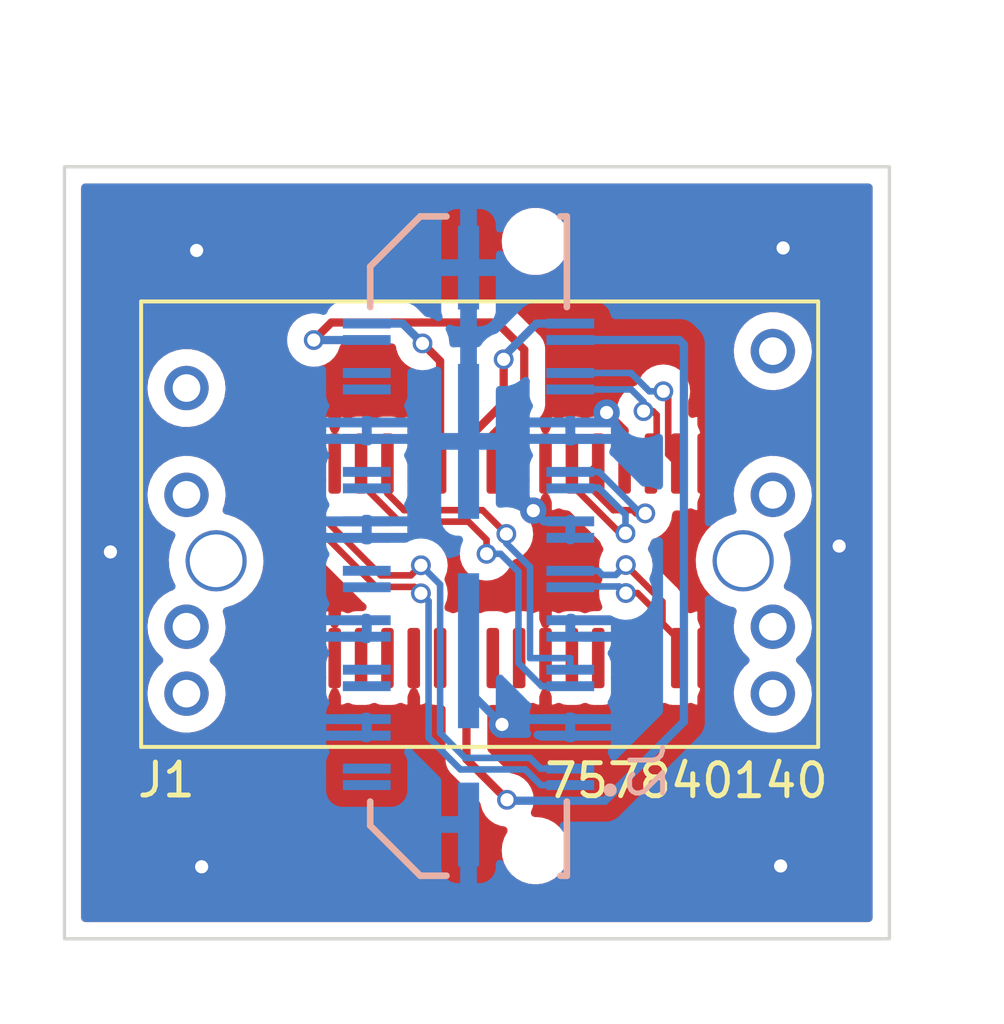
<source format=kicad_pcb>
(kicad_pcb (version 20211014) (generator pcbnew)
  (layers (0 "F.Cu" signal) (1 "In1.Cu" power) (2 "In2.Cu" power) (31 "B.Cu" signal) (34 "B.Paste" user) (35 "F.Paste" user) (36 "B.SilkS" user "B.Silkscreen") (37 "F.SilkS" user "F.Silkscreen") (38 "B.Mask" user) (39 "F.Mask" user) (44 "Edge.Cuts" user))
  (net 0 "")
  (net 7 "GND")
  (net 8 "/DSI_CKN")
  (net 9 "/DSI_CKP")
  (net 10 "/DSI_TS_nRST")
  (net 11 "/DSI_D0_N")
  (net 12 "/DSI_D0_P")
  (net 13 "/DSI_D1_N")
  (net 14 "/DSI_D1_P")
  (net 15 "/DSI_TS_nINT")
  (net 16 "/DSI_TS_SDA")
  (net 17 "/DSI_TS_SCL")
  (net 18 "/DSI_D2_N")
  (net 19 "/DSI_D2_P")
  (net 20 "/DSI_D3_N")
  (net 21 "/DSI_D3_P")
  (footprint "Molex_757840140:757840140" (layer "F.Cu") (at 85.852 115.7478)
    (fp_text reference "J1" (at -16.31 3.82) (layer "F.SilkS"))
    (fp_text value "757840140" (at -0.52 3.84) (layer "F.SilkS"))
    (fp_line (start -17.076999 2.815801) (end 3.477001 2.815801) (layer "F.SilkS") (width 0.12))
    (fp_line (start -17.076999 -10.696999) (end -17.076999 2.815801) (layer "F.SilkS") (width 0.12))
    (fp_line (start 3.477001 2.815801) (end 3.477001 -10.696999) (layer "F.SilkS") (width 0.12))
    (fp_line (start 3.477001 -10.696999) (end -17.076999 -10.696999) (layer "F.SilkS") (width 0.12))
    (pad "37" thru_hole circle (at -15.700032 -8.069999) (size 1.3462 1.3462) (drill 0.8382) (layers *.Cu *.Mask))
    (pad "38" thru_hole circle (at 2.100034 -9.189999) (size 1.3462 1.3462) (drill 0.8382) (layers *.Cu *.Mask))
    (pad "39" thru_hole circle (at -15.699999 -4.829999) (size 1.3462 1.3462) (drill 0.8382) (layers *.Cu *.Mask))
    (pad "40" thru_hole circle (at 2.100001 -4.829999) (size 1.3462 1.3462) (drill 0.8382) (layers *.Cu *.Mask))
    (pad "41" thru_hole circle (at -14.800001 -2.829999) (size 1.8542 1.8542) (drill 1.6002) (layers *.Cu *.Mask))
    (pad "42" thru_hole circle (at 1.200003 -2.829999) (size 1.8542 1.8542) (drill 1.6002) (layers *.Cu *.Mask))
    (pad "43" thru_hole circle (at -15.699999 -0.829999) (size 1.3462 1.3462) (drill 0.8382) (layers *.Cu *.Mask))
    (pad "44" thru_hole circle (at 2.100001 -0.829999) (size 1.3462 1.3462) (drill 0.8382) (layers *.Cu *.Mask))
    (pad "45" thru_hole circle (at -15.699999 1.200001) (size 1.3462 1.3462) (drill 0.8382) (layers *.Cu *.Mask))
    (pad "46" thru_hole circle (at 2.100001 1.200001) (size 1.3462 1.3462) (drill 0.8382) (layers *.Cu *.Mask))
    (pad "A1" smd roundrect (at 0 0.12) (size 0.381 1.8288) (layers "F.Cu" "F.Paste" "F.Mask") (net 7 "GND"))
    (pad "A2" smd roundrect (at -0.799998 0.12) (size 0.381 1.8288) (layers "F.Cu" "F.Paste" "F.Mask") (net 8 "/DSI_CKN"))
    (pad "A3" smd roundrect (at -1.599999 0.12) (size 0.381 1.8288) (layers "F.Cu" "F.Paste" "F.Mask") (net 9 "/DSI_CKP"))
    (pad "A4" smd roundrect (at -2.4 0.12) (size 0.381 1.8288) (layers "F.Cu" "F.Paste" "F.Mask") (net 7 "GND"))
    (pad "A5" smd roundrect (at -3.199998 0.12) (size 0.381 1.8288) (layers "F.Cu" "F.Paste" "F.Mask"))
    (pad "A6" smd roundrect (at -3.999999 0.12) (size 0.381 1.8288) (layers "F.Cu" "F.Paste" "F.Mask"))
    (pad "A7" smd roundrect (at -4.799998 0.12) (size 0.381 1.8288) (layers "F.Cu" "F.Paste" "F.Mask") (net 7 "GND"))
    (pad "A8" smd roundrect (at -5.599999 0.12) (size 0.381 1.8288) (layers "F.Cu" "F.Paste" "F.Mask"))
    (pad "A9" smd roundrect (at -6.4 0.12) (size 0.381 1.8288) (layers "F.Cu" "F.Paste" "F.Mask"))
    (pad "A10" smd roundrect (at -7.199998 0.12) (size 0.381 1.8288) (layers "F.Cu" "F.Paste" "F.Mask") (net 10 "/DSI_TS_nRST"))
    (pad "A11" smd roundrect (at -7.999999 0.12) (size 0.381 1.8288) (layers "F.Cu" "F.Paste" "F.Mask"))
    (pad "A12" smd roundrect (at -8.799997 0.12) (size 0.381 1.8288) (layers "F.Cu" "F.Paste" "F.Mask") (net 7 "GND"))
    (pad "A13" smd roundrect (at -9.599998 0.12) (size 0.381 1.8288) (layers "F.Cu" "F.Paste" "F.Mask"))
    (pad "A14" smd roundrect (at -10.399999 0.12) (size 0.381 1.8288) (layers "F.Cu" "F.Paste" "F.Mask"))
    (pad "A15" smd roundrect (at -11.199998 0.12) (size 0.381 1.8288) (layers "F.Cu" "F.Paste" "F.Mask") (net 7 "GND"))
    (pad "A16" smd roundrect (at -11.999999 0.12) (size 0.381 1.8288) (layers "F.Cu" "F.Paste" "F.Mask"))
    (pad "A17" smd roundrect (at -12.799997 0.12) (size 0.381 1.8288) (layers "F.Cu" "F.Paste" "F.Mask"))
    (pad "A18" smd roundrect (at -13.599998 0.12) (size 0.381 1.8288) (layers "F.Cu" "F.Paste" "F.Mask") (net 7 "GND"))
    (pad "B1" smd roundrect (at 0 -5.779998) (size 0.381 1.8288) (layers "F.Cu" "F.Paste" "F.Mask") (net 7 "GND"))
    (pad "B2" smd roundrect (at -0.799998 -5.779998) (size 0.381 1.8288) (layers "F.Cu" "F.Paste" "F.Mask") (net 11 "/DSI_D0_N"))
    (pad "B3" smd roundrect (at -1.599999 -5.779998) (size 0.381 1.8288) (layers "F.Cu" "F.Paste" "F.Mask") (net 12 "/DSI_D0_P"))
    (pad "B4" smd roundrect (at -2.4 -5.779998) (size 0.381 1.8288) (layers "F.Cu" "F.Paste" "F.Mask") (net 7 "GND"))
    (pad "B5" smd roundrect (at -3.199998 -5.779998) (size 0.381 1.8288) (layers "F.Cu" "F.Paste" "F.Mask") (net 13 "/DSI_D1_N"))
    (pad "B6" smd roundrect (at -3.999999 -5.779998) (size 0.381 1.8288) (layers "F.Cu" "F.Paste" "F.Mask") (net 14 "/DSI_D1_P"))
    (pad "B7" smd roundrect (at -4.799998 -5.779998) (size 0.381 1.8288) (layers "F.Cu" "F.Paste" "F.Mask") (net 7 "GND"))
    (pad "B8" smd roundrect (at -5.599999 -5.779998) (size 0.381 1.8288) (layers "F.Cu" "F.Paste" "F.Mask"))
    (pad "B9" smd roundrect (at -6.4 -5.779998) (size 0.381 1.8288) (layers "F.Cu" "F.Paste" "F.Mask") (net 15 "/DSI_TS_nINT"))
    (pad "B10" smd roundrect (at -7.199998 -5.779998) (size 0.381 1.8288) (layers "F.Cu" "F.Paste" "F.Mask") (net 16 "/DSI_TS_SDA"))
    (pad "B11" smd roundrect (at -7.999999 -5.779998) (size 0.381 1.8288) (layers "F.Cu" "F.Paste" "F.Mask") (net 17 "/DSI_TS_SCL"))
    (pad "B12" smd roundrect (at -8.799997 -5.779998) (size 0.381 1.8288) (layers "F.Cu" "F.Paste" "F.Mask") (net 7 "GND"))
    (pad "B13" smd roundrect (at -9.599998 -5.779998) (size 0.381 1.8288) (layers "F.Cu" "F.Paste" "F.Mask") (net 18 "/DSI_D2_N"))
    (pad "B14" smd roundrect (at -10.399999 -5.779998) (size 0.381 1.8288) (layers "F.Cu" "F.Paste" "F.Mask") (net 19 "/DSI_D2_P"))
    (pad "B15" smd roundrect (at -11.199998 -5.779998) (size 0.381 1.8288) (layers "F.Cu" "F.Paste" "F.Mask") (net 7 "GND"))
    (pad "B16" smd roundrect (at -11.999999 -5.779998) (size 0.381 1.8288) (layers "F.Cu" "F.Paste" "F.Mask") (net 20 "/DSI_D3_N"))
    (pad "B17" smd roundrect (at -12.799997 -5.779998) (size 0.381 1.8288) (layers "F.Cu" "F.Paste" "F.Mask") (net 21 "/DSI_D3_P"))
    (pad "B18" smd roundrect (at -13.599998 -5.779998) (size 0.381 1.8288) (layers "F.Cu" "F.Paste" "F.Mask") (net 7 "GND"))
  )
  (footprint "QTH-020-01-X-D-DP-A:SAMTEC_QTH-020-01-X-D-DP-A" (layer "B.Cu") (at 78.7146 112.4712 90)
    (fp_text reference "J2" (at -6.825 5.435 90) (layer "B.SilkS") (effects (justify mirror)))
    (fp_text value "QTH-020-01-X-D-DP-A")
    (fp_line (start 10 -0.67) (end 10 -1.465) (layer "B.SilkS") (width 0.2))
    (fp_line (start -10 -1.465) (end -8.48 -2.985) (layer "B.SilkS") (width 0.2))
    (fp_line (start 10 2.79) (end 10 2.985) (layer "B.SilkS") (width 0.2))
    (fp_line (start -10 2.985) (end -7.75 2.985) (layer "B.SilkS") (width 0.2))
    (fp_line (start -10 2.79) (end -10 2.985) (layer "B.SilkS") (width 0.2))
    (fp_line (start 10 2.985) (end 7.25 2.985) (layer "B.SilkS") (width 0.2))
    (fp_line (start 10 -1.465) (end 8.48 -2.985) (layer "B.SilkS") (width 0.2))
    (fp_line (start -8.48 -2.985) (end -7.75 -2.985) (layer "B.SilkS") (width 0.2))
    (fp_line (start -10 -0.67) (end -10 -1.465) (layer "B.SilkS") (width 0.2))
    (fp_line (start 8.48 -2.985) (end 7.25 -2.985) (layer "B.SilkS") (width 0.2))
    (fp_circle (center -7.4 4.3) (end -7.3 4.3) (layer "B.SilkS") (width 0.2) (fill none))
    (pad "" np_thru_hole circle locked (at -9.24 2.03 90) (size 1.02 1.02) (drill 1.02) (layers *.Cu *.Mask))
    (pad "" np_thru_hole circle locked (at 9.24 2.03 90) (size 1.02 1.02) (drill 1.02) (layers *.Cu *.Mask))
    (pad "01" smd rect locked (at -7.25 3.09 90) (size 0.3 1.45) (layers "B.Cu" "B.Paste" "B.Mask") (net 21 "/DSI_D3_P"))
    (pad "02" smd rect locked (at -7.25 -3.09 90) (size 0.3 1.45) (layers "B.Cu" "B.Paste" "B.Mask"))
    (pad "03" smd rect locked (at -6.75 3.09 90) (size 0.3 1.45) (layers "B.Cu" "B.Paste" "B.Mask") (net 20 "/DSI_D3_N"))
    (pad "04" smd rect locked (at -6.75 -3.09 90) (size 0.3 1.45) (layers "B.Cu" "B.Paste" "B.Mask"))
    (pad "05" smd rect locked (at -5.75 3.09 90) (size 0.3 1.45) (layers "B.Cu" "B.Paste" "B.Mask") (net 7 "GND"))
    (pad "06" smd rect locked (at -5.75 -3.09 90) (size 0.3 1.45) (layers "B.Cu" "B.Paste" "B.Mask") (net 7 "GND"))
    (pad "07" smd rect locked (at -5.25 3.09 90) (size 0.3 1.45) (layers "B.Cu" "B.Paste" "B.Mask") (net 7 "GND"))
    (pad "08" smd rect locked (at -5.25 -3.09 90) (size 0.3 1.45) (layers "B.Cu" "B.Paste" "B.Mask") (net 7 "GND"))
    (pad "09" smd rect locked (at -4.25 3.09 90) (size 0.3 1.45) (layers "B.Cu" "B.Paste" "B.Mask") (net 19 "/DSI_D2_P"))
    (pad "10" smd rect locked (at -4.25 -3.09 90) (size 0.3 1.45) (layers "B.Cu" "B.Paste" "B.Mask"))
    (pad "11" smd rect locked (at -3.75 3.09 90) (size 0.3 1.45) (layers "B.Cu" "B.Paste" "B.Mask") (net 18 "/DSI_D2_N"))
    (pad "12" smd rect locked (at -3.75 -3.09 90) (size 0.3 1.45) (layers "B.Cu" "B.Paste" "B.Mask"))
    (pad "13" smd rect locked (at -2.75 3.09 90) (size 0.3 1.45) (layers "B.Cu" "B.Paste" "B.Mask") (net 7 "GND"))
    (pad "14" smd rect locked (at -2.75 -3.09 90) (size 0.3 1.45) (layers "B.Cu" "B.Paste" "B.Mask") (net 7 "GND"))
    (pad "15" smd rect locked (at -2.25 3.09 90) (size 0.3 1.45) (layers "B.Cu" "B.Paste" "B.Mask") (net 7 "GND"))
    (pad "16" smd rect locked (at -2.25 -3.09 90) (size 0.3 1.45) (layers "B.Cu" "B.Paste" "B.Mask") (net 7 "GND"))
    (pad "17" smd rect locked (at -1.25 3.09 90) (size 0.3 1.45) (layers "B.Cu" "B.Paste" "B.Mask") (net 9 "/DSI_CKP"))
    (pad "18" smd rect locked (at -1.25 -3.09 90) (size 0.3 1.45) (layers "B.Cu" "B.Paste" "B.Mask"))
    (pad "19" smd rect locked (at -0.75 3.09 90) (size 0.3 1.45) (layers "B.Cu" "B.Paste" "B.Mask") (net 8 "/DSI_CKN"))
    (pad "20" smd rect locked (at -0.75 -3.09 90) (size 0.3 1.45) (layers "B.Cu" "B.Paste" "B.Mask"))
    (pad "21" smd rect locked (at 0.25 3.09 90) (size 0.3 1.45) (layers "B.Cu" "B.Paste" "B.Mask") (net 7 "GND"))
    (pad "22" smd rect locked (at 0.25 -3.09 90) (size 0.3 1.45) (layers "B.Cu" "B.Paste" "B.Mask") (net 7 "GND"))
    (pad "23" smd rect locked (at 0.75 3.09 90) (size 0.3 1.45) (layers "B.Cu" "B.Paste" "B.Mask") (net 7 "GND"))
    (pad "24" smd rect locked (at 0.75 -3.09 90) (size 0.3 1.45) (layers "B.Cu" "B.Paste" "B.Mask") (net 7 "GND"))
    (pad "25" smd rect locked (at 1.75 3.09 90) (size 0.3 1.45) (layers "B.Cu" "B.Paste" "B.Mask") (net 14 "/DSI_D1_P"))
    (pad "26" smd rect locked (at 1.75 -3.09 90) (size 0.3 1.45) (layers "B.Cu" "B.Paste" "B.Mask"))
    (pad "27" smd rect locked (at 2.25 3.09 90) (size 0.3 1.45) (layers "B.Cu" "B.Paste" "B.Mask") (net 13 "/DSI_D1_N"))
    (pad "28" smd rect locked (at 2.25 -3.09 90) (size 0.3 1.45) (layers "B.Cu" "B.Paste" "B.Mask"))
    (pad "29" smd rect locked (at 3.25 3.09 90) (size 0.3 1.45) (layers "B.Cu" "B.Paste" "B.Mask") (net 7 "GND"))
    (pad "30" smd rect locked (at 3.25 -3.09 90) (size 0.3 1.45) (layers "B.Cu" "B.Paste" "B.Mask") (net 7 "GND"))
    (pad "31" smd rect locked (at 3.75 3.09 90) (size 0.3 1.45) (layers "B.Cu" "B.Paste" "B.Mask") (net 7 "GND"))
    (pad "32" smd rect locked (at 3.75 -3.09 90) (size 0.3 1.45) (layers "B.Cu" "B.Paste" "B.Mask") (net 7 "GND"))
    (pad "33" smd rect locked (at 4.75 3.09 90) (size 0.3 1.45) (layers "B.Cu" "B.Paste" "B.Mask") (net 12 "/DSI_D0_P"))
    (pad "34" smd rect locked (at 4.75 -3.09 90) (size 0.3 1.45) (layers "B.Cu" "B.Paste" "B.Mask"))
    (pad "35" smd rect locked (at 5.25 3.09 90) (size 0.3 1.45) (layers "B.Cu" "B.Paste" "B.Mask") (net 11 "/DSI_D0_N"))
    (pad "36" smd rect locked (at 5.25 -3.09 90) (size 0.3 1.45) (layers "B.Cu" "B.Paste" "B.Mask"))
    (pad "37" smd rect locked (at 6.25 3.09 90) (size 0.3 1.45) (layers "B.Cu" "B.Paste" "B.Mask") (net 10 "/DSI_TS_nRST"))
    (pad "38" smd rect locked (at 6.25 -3.09 90) (size 0.3 1.45) (layers "B.Cu" "B.Paste" "B.Mask") (net 15 "/DSI_TS_nINT"))
    (pad "39" smd rect locked (at 6.75 3.09 90) (size 0.3 1.45) (layers "B.Cu" "B.Paste" "B.Mask") (net 16 "/DSI_TS_SDA"))
    (pad "40" smd rect locked (at 6.75 -3.09 90) (size 0.3 1.45) (layers "B.Cu" "B.Paste" "B.Mask") (net 17 "/DSI_TS_SCL"))
    (pad "G1" smd rect locked (at -8.445 0 90) (size 2.54 0.64) (layers "B.Cu" "B.Paste" "B.Mask") (net 7 "GND"))
    (pad "G2" smd rect locked (at -3.175 0 90) (size 4.7 0.64) (layers "B.Cu" "B.Paste" "B.Mask") (net 7 "GND"))
    (pad "G3" smd rect locked (at 3.175 0 90) (size 4.7 0.64) (layers "B.Cu" "B.Paste" "B.Mask") (net 7 "GND"))
    (pad "G4" smd rect locked (at 8.445 0 90) (size 2.54 0.64) (layers "B.Cu" "B.Paste" "B.Mask") (net 7 "GND"))
  )
  (gr_rect (start 66.4464 100.965) (end 91.4908 124.3838) (layer "Edge.Cuts") (width 0.1) (fill none))
  (segment (start 83.452 109.967802) (end 83.452 108.9671) (width 0.25) (layer "F.Cu") (net 7))
  (segment (start 83.452 108.9671) (end 82.9056 108.4207) (width 0.25) (layer "F.Cu") (net 7))
  (via (at 70.612 122.1994) (size 0.8) (drill 0.4) (layers "F.Cu" "B.Cu") (net 7))
  (via (at 82.9056 108.4207) (size 0.8) (drill 0.4) (layers "F.Cu" "B.Cu") (net 7))
  (via (at 88.1888 122.174) (size 0.8) (drill 0.4) (layers "F.Cu" "B.Cu") (net 7))
  (via (at 88.265 103.4288) (size 0.8) (drill 0.4) (layers "F.Cu" "B.Cu") (net 7))
  (via (at 80.680255 111.396695) (size 0.8) (drill 0.4) (layers "F.Cu" "B.Cu") (net 7))
  (via (at 67.8434 112.649) (size 0.8) (drill 0.4) (layers "F.Cu" "B.Cu") (net 7))
  (via (at 89.9668 112.4712) (size 0.8) (drill 0.4) (layers "F.Cu" "B.Cu") (net 7))
  (via (at 70.4596 103.505) (size 0.8) (drill 0.4) (layers "F.Cu" "B.Cu") (net 7))
  (via (at 79.7306 117.8814) (size 0.8) (drill 0.4) (layers "F.Cu" "B.Cu") (net 7))
  (segment (start 81.8046 111.7212) (end 81.00476 111.7212) (width 0.25) (layer "B.Cu") (net 7))
  (segment (start 78.7146 115.6462) (end 78.7146 116.8654) (width 0.25) (layer "B.Cu") (net 7))
  (segment (start 81.00476 111.7212) (end 80.680255 111.396695) (width 0.25) (layer "B.Cu") (net 7))
  (segment (start 78.7146 116.8654) (end 79.7306 117.8814) (width 0.25) (layer "B.Cu") (net 7))
  (segment (start 85.052002 115.265823) (end 85.052002 115.8678) (width 0.2) (layer "F.Cu") (net 8))
  (segment (start 84.60152 114.815341) (end 85.052002 115.265823) (width 0.2) (layer "F.Cu") (net 8))
  (segment (start 84.601521 114.157922) (end 84.60152 114.815341) (width 0.2) (layer "F.Cu") (net 8))
  (segment (start 83.4898 113.0462) (end 84.601521 114.157922) (width 0.2) (layer "F.Cu") (net 8))
  (via (at 83.4898 113.0462) (size 0.6) (drill 0.4) (layers "F.Cu" "B.Cu") (net 8))
  (segment (start 81.8046 113.2212) (end 82.653631 113.2212) (width 0.2) (layer "B.Cu") (net 8))
  (segment (start 82.779111 113.34668) (end 83.18932 113.34668) (width 0.2) (layer "B.Cu") (net 8))
  (segment (start 83.18932 113.34668) (end 83.4898 113.0462) (width 0.2) (layer "B.Cu") (net 8))
  (segment (start 82.653631 113.2212) (end 82.779111 113.34668) (width 0.2) (layer "B.Cu") (net 8))
  (segment (start 83.845504 113.8962) (end 84.252001 114.302697) (width 0.2) (layer "F.Cu") (net 9))
  (segment (start 84.252001 114.302697) (end 84.252001 115.8678) (width 0.2) (layer "F.Cu") (net 9))
  (segment (start 83.4898 113.8962) (end 83.845504 113.8962) (width 0.2) (layer "F.Cu") (net 9))
  (via (at 83.4898 113.8962) (size 0.6) (drill 0.4) (layers "F.Cu" "B.Cu") (net 9))
  (segment (start 81.8046 113.7212) (end 81.8296 113.6962) (width 0.2) (layer "B.Cu") (net 9))
  (segment (start 81.8296 113.6962) (end 83.2898 113.6962) (width 0.2) (layer "B.Cu") (net 9))
  (segment (start 83.2898 113.6962) (end 83.4898 113.8962) (width 0.2) (layer "B.Cu") (net 9))
  (segment (start 78.652002 115.8678) (end 78.652002 118.936402) (width 0.25) (layer "F.Cu") (net 10))
  (segment (start 78.652002 118.936402) (end 79.883 120.1674) (width 0.25) (layer "F.Cu") (net 10))
  (via (at 79.883 120.1674) (size 0.6) (drill 0.4) (layers "F.Cu" "B.Cu") (net 10))
  (segment (start 79.911311 120.195711) (end 82.854111 120.195711) (width 0.25) (layer "B.Cu") (net 10))
  (segment (start 82.854111 120.195711) (end 85.253032 117.79679) (width 0.25) (layer "B.Cu") (net 10))
  (segment (start 79.883 120.1674) (end 79.911311 120.195711) (width 0.25) (layer "B.Cu") (net 10))
  (segment (start 85.253032 117.79679) (end 85.253032 106.360432) (width 0.25) (layer "B.Cu") (net 10))
  (segment (start 85.1138 106.2212) (end 81.8046 106.2212) (width 0.25) (layer "B.Cu") (net 10))
  (segment (start 85.253032 106.360432) (end 85.1138 106.2212) (width 0.25) (layer "B.Cu") (net 10))
  (segment (start 85.052002 109.967802) (end 84.776521 109.692321) (width 0.2) (layer "F.Cu") (net 11))
  (segment (start 84.776521 109.692321) (end 84.776521 107.924479) (width 0.2) (layer "F.Cu") (net 11))
  (segment (start 84.776521 107.924479) (end 84.628521 107.776479) (width 0.2) (layer "F.Cu") (net 11))
  (via (at 84.628521 107.776479) (size 0.6) (drill 0.4) (layers "F.Cu" "B.Cu") (net 11))
  (segment (start 84.628521 107.776479) (end 84.203576 107.776479) (width 0.2) (layer "B.Cu") (net 11))
  (segment (start 84.203576 107.776479) (end 83.648297 107.2212) (width 0.2) (layer "B.Cu") (net 11))
  (segment (start 83.648297 107.2212) (end 81.8046 107.2212) (width 0.2) (layer "B.Cu") (net 11))
  (segment (start 84.252001 109.967802) (end 84.427001 109.792802) (width 0.2) (layer "F.Cu") (net 12))
  (segment (start 84.427001 108.4942) (end 84.310322 108.377521) (width 0.2) (layer "F.Cu") (net 12))
  (segment (start 84.427001 109.792802) (end 84.427001 108.4942) (width 0.2) (layer "F.Cu") (net 12))
  (segment (start 84.310322 108.377521) (end 84.027479 108.377521) (width 0.2) (layer "F.Cu") (net 12))
  (via (at 84.027479 108.377521) (size 0.6) (drill 0.4) (layers "F.Cu" "B.Cu") (net 12))
  (segment (start 84.027479 108.377521) (end 84.027479 108.094678) (width 0.2) (layer "B.Cu") (net 12))
  (segment (start 83.654001 107.7212) (end 81.8046 107.7212) (width 0.2) (layer "B.Cu") (net 12))
  (segment (start 84.027479 108.094678) (end 83.654001 107.7212) (width 0.2) (layer "B.Cu") (net 12))
  (segment (start 82.652002 109.967802) (end 82.477002 110.142802) (width 0.2) (layer "F.Cu") (net 13))
  (segment (start 82.477002 110.142802) (end 82.477002 110.748335) (width 0.2) (layer "F.Cu") (net 13))
  (segment (start 83.797472 111.479313) (end 84.080315 111.479313) (width 0.2) (layer "F.Cu") (net 13))
  (segment (start 83.699881 111.381722) (end 83.797472 111.479313) (width 0.2) (layer "F.Cu") (net 13))
  (segment (start 82.477002 110.748335) (end 83.110389 111.381722) (width 0.2) (layer "F.Cu") (net 13))
  (segment (start 83.110389 111.381722) (end 83.699881 111.381722) (width 0.2) (layer "F.Cu") (net 13))
  (via (at 84.080315 111.479313) (size 0.6) (drill 0.4) (layers "F.Cu" "B.Cu") (net 13))
  (segment (start 83.938214 111.479313) (end 82.680101 110.2212) (width 0.2) (layer "B.Cu") (net 13))
  (segment (start 82.680101 110.2212) (end 81.8046 110.2212) (width 0.2) (layer "B.Cu") (net 13))
  (segment (start 84.080315 111.479313) (end 83.938214 111.479313) (width 0.2) (layer "B.Cu") (net 13))
  (segment (start 83.314727 112.080355) (end 83.479273 112.080355) (width 0.2) (layer "F.Cu") (net 14))
  (segment (start 81.852001 110.617629) (end 83.314727 112.080355) (width 0.2) (layer "F.Cu") (net 14))
  (segment (start 81.852001 109.967802) (end 81.852001 110.617629) (width 0.2) (layer "F.Cu") (net 14))
  (via (at 83.479273 112.080355) (size 0.6) (drill 0.4) (layers "F.Cu" "B.Cu") (net 14))
  (segment (start 83.479273 112.080355) (end 83.479273 111.514668) (width 0.2) (layer "B.Cu") (net 14))
  (segment (start 82.3796 110.7212) (end 81.8046 110.7212) (width 0.2) (layer "B.Cu") (net 14))
  (segment (start 83.479273 111.514668) (end 82.660805 110.6962) (width 0.2) (layer "B.Cu") (net 14))
  (segment (start 82.660805 110.6962) (end 82.4046 110.6962) (width 0.2) (layer "B.Cu") (net 14))
  (segment (start 82.4046 110.6962) (end 82.3796 110.7212) (width 0.2) (layer "B.Cu") (net 14))
  (segment (start 79.5782 105.6894) (end 74.549 105.6894) (width 0.25) (layer "F.Cu") (net 15))
  (segment (start 80.405911 108.141565) (end 80.405911 106.517111) (width 0.25) (layer "F.Cu") (net 15))
  (segment (start 80.405911 106.517111) (end 79.5782 105.6894) (width 0.25) (layer "F.Cu") (net 15))
  (segment (start 79.452 109.095476) (end 80.405911 108.141565) (width 0.25) (layer "F.Cu") (net 15))
  (segment (start 74.549 105.6894) (end 74.0156 106.2228) (width 0.25) (layer "F.Cu") (net 15))
  (segment (start 79.452 109.967802) (end 79.452 109.095476) (width 0.25) (layer "F.Cu") (net 15))
  (via (at 74.0156 106.2228) (size 0.6) (drill 0.4) (layers "F.Cu" "B.Cu") (net 15))
  (segment (start 74.0156 106.2228) (end 75.623 106.2228) (width 0.25) (layer "B.Cu") (net 15))
  (segment (start 75.623 106.2228) (end 75.6246 106.2212) (width 0.25) (layer "B.Cu") (net 15))
  (segment (start 79.7814 106.807) (end 79.7814 108.130358) (width 0.25) (layer "F.Cu") (net 16))
  (segment (start 78.652002 109.259756) (end 78.652002 109.967802) (width 0.25) (layer "F.Cu") (net 16))
  (segment (start 79.7814 108.130358) (end 78.652002 109.259756) (width 0.25) (layer "F.Cu") (net 16))
  (via (at 79.7814 106.807) (size 0.6) (drill 0.4) (layers "F.Cu" "B.Cu") (net 16))
  (segment (start 79.7814 106.720378) (end 79.7814 106.807) (width 0.25) (layer "B.Cu") (net 16))
  (segment (start 81.8046 105.7212) (end 80.780578 105.7212) (width 0.25) (layer "B.Cu") (net 16))
  (segment (start 80.780578 105.7212) (end 79.7814 106.720378) (width 0.25) (layer "B.Cu") (net 16))
  (segment (start 77.852001 109.967802) (end 77.852001 106.858801) (width 0.25) (layer "F.Cu") (net 17))
  (segment (start 77.852001 106.858801) (end 77.3176 106.3244) (width 0.25) (layer "F.Cu") (net 17))
  (via (at 77.3176 106.3244) (size 0.6) (drill 0.4) (layers "F.Cu" "B.Cu") (net 17))
  (segment (start 77.3176 106.3244) (end 76.7144 105.7212) (width 0.25) (layer "B.Cu") (net 17))
  (segment (start 76.7144 105.7212) (end 75.6246 105.7212) (width 0.25) (layer "B.Cu") (net 17))
  (segment (start 79.139547 111.381722) (end 76.75824 111.381722) (width 0.2) (layer "F.Cu") (net 18))
  (segment (start 76.252002 110.875484) (end 76.252002 109.967802) (width 0.2) (layer "F.Cu") (net 18))
  (segment (start 76.75824 111.381722) (end 76.252002 110.875484) (width 0.2) (layer "F.Cu") (net 18))
  (segment (start 79.862694 112.104869) (end 79.139547 111.381722) (width 0.2) (layer "F.Cu") (net 18))
  (via (at 79.862694 112.104869) (size 0.6) (drill 0.4) (layers "F.Cu" "B.Cu") (net 18))
  (segment (start 80.580089 115.870711) (end 80.580089 113.105107) (width 0.2) (layer "B.Cu") (net 18))
  (segment (start 79.862694 112.387712) (end 79.862694 112.104869) (width 0.2) (layer "B.Cu") (net 18))
  (segment (start 81.8046 115.870711) (end 80.580089 115.870711) (width 0.2) (layer "B.Cu") (net 18))
  (segment (start 81.8046 116.2212) (end 81.8046 115.870711) (width 0.2) (layer "B.Cu") (net 18))
  (segment (start 80.580089 113.105107) (end 79.862694 112.387712) (width 0.2) (layer "B.Cu") (net 18))
  (segment (start 76.613464 111.731242) (end 75.452001 110.569779) (width 0.2) (layer "F.Cu") (net 19))
  (segment (start 78.711928 111.731242) (end 76.613464 111.731242) (width 0.2) (layer "F.Cu") (net 19))
  (segment (start 79.261652 112.280966) (end 78.711928 111.731242) (width 0.2) (layer "F.Cu") (net 19))
  (segment (start 75.452001 110.569779) (end 75.452001 109.967802) (width 0.2) (layer "F.Cu") (net 19))
  (segment (start 79.261652 112.705911) (end 79.261652 112.280966) (width 0.2) (layer "F.Cu") (net 19))
  (via (at 79.261652 112.705911) (size 0.6) (drill 0.4) (layers "F.Cu" "B.Cu") (net 19))
  (segment (start 79.686597 112.705911) (end 79.261652 112.705911) (width 0.2) (layer "B.Cu") (net 19))
  (segment (start 81.8046 116.7212) (end 80.936283 116.7212) (width 0.2) (layer "B.Cu") (net 19))
  (segment (start 80.230569 113.249883) (end 79.686597 112.705911) (width 0.2) (layer "B.Cu") (net 19))
  (segment (start 80.230569 116.015486) (end 80.230569 113.249883) (width 0.2) (layer "B.Cu") (net 19))
  (segment (start 80.936283 116.7212) (end 80.230569 116.015486) (width 0.2) (layer "B.Cu") (net 19))
  (segment (start 73.852001 109.967802) (end 73.852001 111.158327) (width 0.2) (layer "F.Cu") (net 20))
  (segment (start 76.053874 113.3602) (end 76.963693 113.3602) (width 0.2) (layer "F.Cu") (net 20))
  (segment (start 76.963693 113.3602) (end 77.269529 113.054364) (width 0.2) (layer "F.Cu") (net 20))
  (segment (start 73.852001 111.158327) (end 76.053874 113.3602) (width 0.2) (layer "F.Cu") (net 20))
  (via (at 77.269529 113.054364) (size 0.6) (drill 0.4) (layers "F.Cu" "B.Cu") (net 20))
  (segment (start 80.579792 118.896697) (end 78.612297 118.896697) (width 0.2) (layer "B.Cu") (net 20))
  (segment (start 77.851 113.635835) (end 77.269529 113.054364) (width 0.2) (layer "B.Cu") (net 20))
  (segment (start 81.8046 119.2212) (end 80.904295 119.2212) (width 0.2) (layer "B.Cu") (net 20))
  (segment (start 78.612297 118.896697) (end 77.851 118.1354) (width 0.2) (layer "B.Cu") (net 20))
  (segment (start 80.904295 119.2212) (end 80.579792 118.896697) (width 0.2) (layer "B.Cu") (net 20))
  (segment (start 77.851 118.1354) (end 77.851 113.635835) (width 0.2) (layer "B.Cu") (net 20))
  (segment (start 75.909098 113.70972) (end 77.074885 113.70972) (width 0.2) (layer "F.Cu") (net 21))
  (segment (start 73.052003 110.852625) (end 75.909098 113.70972) (width 0.2) (layer "F.Cu") (net 21))
  (segment (start 73.052003 109.967802) (end 73.052003 110.852625) (width 0.2) (layer "F.Cu") (net 21))
  (segment (start 77.074885 113.70972) (end 77.269529 113.904364) (width 0.2) (layer "F.Cu") (net 21))
  (via (at 77.269529 113.904364) (size 0.6) (drill 0.4) (layers "F.Cu" "B.Cu") (net 21))
  (segment (start 81.8046 119.7212) (end 80.91 119.7212) (width 0.2) (layer "B.Cu") (net 21))
  (segment (start 78.467521 119.246217) (end 77.501481 118.280177) (width 0.2) (layer "B.Cu") (net 21))
  (segment (start 80.91 119.7212) (end 80.435018 119.246218) (width 0.2) (layer "B.Cu") (net 21))
  (segment (start 80.435018 119.246218) (end 78.467521 119.246217) (width 0.2) (layer "B.Cu") (net 21))
  (segment (start 77.501481 118.280177) (end 77.50148 114.136315) (width 0.2) (layer "B.Cu") (net 21))
  (segment (start 77.50148 114.136315) (end 77.269529 113.904364) (width 0.2) (layer "B.Cu") (net 21))
  (zone (net 7) (net_name "GND") (layers "F.Cu" "In1.Cu" "In2.Cu" "B.Cu") (connect_pads (clearance 0.508)) (min_thickness 0.254) (fill yes (thermal_gap 0.508) (thermal_bridge_width 0.508))
    (polygon (pts (xy 94.9706 126.9746) (xy 64.4906 126.9746) (xy 64.4906 99.5426) (xy 94.9706 99.5426)))
  )
)
</source>
